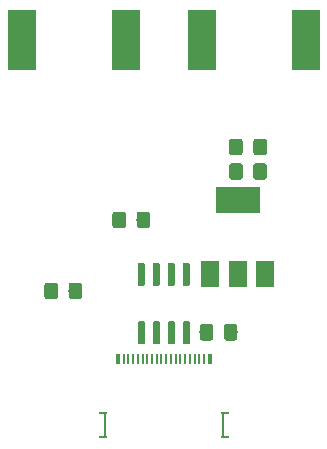
<source format=gbp>
G04 #@! TF.GenerationSoftware,KiCad,Pcbnew,(5.1.4-0-10_14)*
G04 #@! TF.CreationDate,2020-02-10T15:43:12-05:00*
G04 #@! TF.ProjectId,neo8_adapter,6e656f38-5f61-4646-9170-7465722e6b69,rev?*
G04 #@! TF.SameCoordinates,Original*
G04 #@! TF.FileFunction,Paste,Bot*
G04 #@! TF.FilePolarity,Positive*
%FSLAX46Y46*%
G04 Gerber Fmt 4.6, Leading zero omitted, Abs format (unit mm)*
G04 Created by KiCad (PCBNEW (5.1.4-0-10_14)) date 2020-02-10 15:43:12*
%MOMM*%
%LPD*%
G04 APERTURE LIST*
%ADD10R,3.800000X2.200000*%
%ADD11R,1.500000X2.200000*%
%ADD12C,0.100000*%
%ADD13C,0.600000*%
%ADD14C,1.150000*%
%ADD15R,2.413000X5.080000*%
%ADD16R,0.650000X0.260000*%
%ADD17R,0.250000X2.300000*%
%ADD18R,0.460000X0.850000*%
%ADD19R,0.230000X0.850000*%
G04 APERTURE END LIST*
D10*
X166268400Y-99872400D03*
D11*
X168568400Y-106172400D03*
X166268400Y-106172400D03*
X163968400Y-106172400D03*
D12*
G36*
X162089703Y-105200722D02*
G01*
X162104264Y-105202882D01*
X162118543Y-105206459D01*
X162132403Y-105211418D01*
X162145710Y-105217712D01*
X162158336Y-105225280D01*
X162170159Y-105234048D01*
X162181066Y-105243934D01*
X162190952Y-105254841D01*
X162199720Y-105266664D01*
X162207288Y-105279290D01*
X162213582Y-105292597D01*
X162218541Y-105306457D01*
X162222118Y-105320736D01*
X162224278Y-105335297D01*
X162225000Y-105350000D01*
X162225000Y-107000000D01*
X162224278Y-107014703D01*
X162222118Y-107029264D01*
X162218541Y-107043543D01*
X162213582Y-107057403D01*
X162207288Y-107070710D01*
X162199720Y-107083336D01*
X162190952Y-107095159D01*
X162181066Y-107106066D01*
X162170159Y-107115952D01*
X162158336Y-107124720D01*
X162145710Y-107132288D01*
X162132403Y-107138582D01*
X162118543Y-107143541D01*
X162104264Y-107147118D01*
X162089703Y-107149278D01*
X162075000Y-107150000D01*
X161775000Y-107150000D01*
X161760297Y-107149278D01*
X161745736Y-107147118D01*
X161731457Y-107143541D01*
X161717597Y-107138582D01*
X161704290Y-107132288D01*
X161691664Y-107124720D01*
X161679841Y-107115952D01*
X161668934Y-107106066D01*
X161659048Y-107095159D01*
X161650280Y-107083336D01*
X161642712Y-107070710D01*
X161636418Y-107057403D01*
X161631459Y-107043543D01*
X161627882Y-107029264D01*
X161625722Y-107014703D01*
X161625000Y-107000000D01*
X161625000Y-105350000D01*
X161625722Y-105335297D01*
X161627882Y-105320736D01*
X161631459Y-105306457D01*
X161636418Y-105292597D01*
X161642712Y-105279290D01*
X161650280Y-105266664D01*
X161659048Y-105254841D01*
X161668934Y-105243934D01*
X161679841Y-105234048D01*
X161691664Y-105225280D01*
X161704290Y-105217712D01*
X161717597Y-105211418D01*
X161731457Y-105206459D01*
X161745736Y-105202882D01*
X161760297Y-105200722D01*
X161775000Y-105200000D01*
X162075000Y-105200000D01*
X162089703Y-105200722D01*
X162089703Y-105200722D01*
G37*
D13*
X161925000Y-106175000D03*
D12*
G36*
X160819703Y-105200722D02*
G01*
X160834264Y-105202882D01*
X160848543Y-105206459D01*
X160862403Y-105211418D01*
X160875710Y-105217712D01*
X160888336Y-105225280D01*
X160900159Y-105234048D01*
X160911066Y-105243934D01*
X160920952Y-105254841D01*
X160929720Y-105266664D01*
X160937288Y-105279290D01*
X160943582Y-105292597D01*
X160948541Y-105306457D01*
X160952118Y-105320736D01*
X160954278Y-105335297D01*
X160955000Y-105350000D01*
X160955000Y-107000000D01*
X160954278Y-107014703D01*
X160952118Y-107029264D01*
X160948541Y-107043543D01*
X160943582Y-107057403D01*
X160937288Y-107070710D01*
X160929720Y-107083336D01*
X160920952Y-107095159D01*
X160911066Y-107106066D01*
X160900159Y-107115952D01*
X160888336Y-107124720D01*
X160875710Y-107132288D01*
X160862403Y-107138582D01*
X160848543Y-107143541D01*
X160834264Y-107147118D01*
X160819703Y-107149278D01*
X160805000Y-107150000D01*
X160505000Y-107150000D01*
X160490297Y-107149278D01*
X160475736Y-107147118D01*
X160461457Y-107143541D01*
X160447597Y-107138582D01*
X160434290Y-107132288D01*
X160421664Y-107124720D01*
X160409841Y-107115952D01*
X160398934Y-107106066D01*
X160389048Y-107095159D01*
X160380280Y-107083336D01*
X160372712Y-107070710D01*
X160366418Y-107057403D01*
X160361459Y-107043543D01*
X160357882Y-107029264D01*
X160355722Y-107014703D01*
X160355000Y-107000000D01*
X160355000Y-105350000D01*
X160355722Y-105335297D01*
X160357882Y-105320736D01*
X160361459Y-105306457D01*
X160366418Y-105292597D01*
X160372712Y-105279290D01*
X160380280Y-105266664D01*
X160389048Y-105254841D01*
X160398934Y-105243934D01*
X160409841Y-105234048D01*
X160421664Y-105225280D01*
X160434290Y-105217712D01*
X160447597Y-105211418D01*
X160461457Y-105206459D01*
X160475736Y-105202882D01*
X160490297Y-105200722D01*
X160505000Y-105200000D01*
X160805000Y-105200000D01*
X160819703Y-105200722D01*
X160819703Y-105200722D01*
G37*
D13*
X160655000Y-106175000D03*
D12*
G36*
X159549703Y-105200722D02*
G01*
X159564264Y-105202882D01*
X159578543Y-105206459D01*
X159592403Y-105211418D01*
X159605710Y-105217712D01*
X159618336Y-105225280D01*
X159630159Y-105234048D01*
X159641066Y-105243934D01*
X159650952Y-105254841D01*
X159659720Y-105266664D01*
X159667288Y-105279290D01*
X159673582Y-105292597D01*
X159678541Y-105306457D01*
X159682118Y-105320736D01*
X159684278Y-105335297D01*
X159685000Y-105350000D01*
X159685000Y-107000000D01*
X159684278Y-107014703D01*
X159682118Y-107029264D01*
X159678541Y-107043543D01*
X159673582Y-107057403D01*
X159667288Y-107070710D01*
X159659720Y-107083336D01*
X159650952Y-107095159D01*
X159641066Y-107106066D01*
X159630159Y-107115952D01*
X159618336Y-107124720D01*
X159605710Y-107132288D01*
X159592403Y-107138582D01*
X159578543Y-107143541D01*
X159564264Y-107147118D01*
X159549703Y-107149278D01*
X159535000Y-107150000D01*
X159235000Y-107150000D01*
X159220297Y-107149278D01*
X159205736Y-107147118D01*
X159191457Y-107143541D01*
X159177597Y-107138582D01*
X159164290Y-107132288D01*
X159151664Y-107124720D01*
X159139841Y-107115952D01*
X159128934Y-107106066D01*
X159119048Y-107095159D01*
X159110280Y-107083336D01*
X159102712Y-107070710D01*
X159096418Y-107057403D01*
X159091459Y-107043543D01*
X159087882Y-107029264D01*
X159085722Y-107014703D01*
X159085000Y-107000000D01*
X159085000Y-105350000D01*
X159085722Y-105335297D01*
X159087882Y-105320736D01*
X159091459Y-105306457D01*
X159096418Y-105292597D01*
X159102712Y-105279290D01*
X159110280Y-105266664D01*
X159119048Y-105254841D01*
X159128934Y-105243934D01*
X159139841Y-105234048D01*
X159151664Y-105225280D01*
X159164290Y-105217712D01*
X159177597Y-105211418D01*
X159191457Y-105206459D01*
X159205736Y-105202882D01*
X159220297Y-105200722D01*
X159235000Y-105200000D01*
X159535000Y-105200000D01*
X159549703Y-105200722D01*
X159549703Y-105200722D01*
G37*
D13*
X159385000Y-106175000D03*
D12*
G36*
X158279703Y-105200722D02*
G01*
X158294264Y-105202882D01*
X158308543Y-105206459D01*
X158322403Y-105211418D01*
X158335710Y-105217712D01*
X158348336Y-105225280D01*
X158360159Y-105234048D01*
X158371066Y-105243934D01*
X158380952Y-105254841D01*
X158389720Y-105266664D01*
X158397288Y-105279290D01*
X158403582Y-105292597D01*
X158408541Y-105306457D01*
X158412118Y-105320736D01*
X158414278Y-105335297D01*
X158415000Y-105350000D01*
X158415000Y-107000000D01*
X158414278Y-107014703D01*
X158412118Y-107029264D01*
X158408541Y-107043543D01*
X158403582Y-107057403D01*
X158397288Y-107070710D01*
X158389720Y-107083336D01*
X158380952Y-107095159D01*
X158371066Y-107106066D01*
X158360159Y-107115952D01*
X158348336Y-107124720D01*
X158335710Y-107132288D01*
X158322403Y-107138582D01*
X158308543Y-107143541D01*
X158294264Y-107147118D01*
X158279703Y-107149278D01*
X158265000Y-107150000D01*
X157965000Y-107150000D01*
X157950297Y-107149278D01*
X157935736Y-107147118D01*
X157921457Y-107143541D01*
X157907597Y-107138582D01*
X157894290Y-107132288D01*
X157881664Y-107124720D01*
X157869841Y-107115952D01*
X157858934Y-107106066D01*
X157849048Y-107095159D01*
X157840280Y-107083336D01*
X157832712Y-107070710D01*
X157826418Y-107057403D01*
X157821459Y-107043543D01*
X157817882Y-107029264D01*
X157815722Y-107014703D01*
X157815000Y-107000000D01*
X157815000Y-105350000D01*
X157815722Y-105335297D01*
X157817882Y-105320736D01*
X157821459Y-105306457D01*
X157826418Y-105292597D01*
X157832712Y-105279290D01*
X157840280Y-105266664D01*
X157849048Y-105254841D01*
X157858934Y-105243934D01*
X157869841Y-105234048D01*
X157881664Y-105225280D01*
X157894290Y-105217712D01*
X157907597Y-105211418D01*
X157921457Y-105206459D01*
X157935736Y-105202882D01*
X157950297Y-105200722D01*
X157965000Y-105200000D01*
X158265000Y-105200000D01*
X158279703Y-105200722D01*
X158279703Y-105200722D01*
G37*
D13*
X158115000Y-106175000D03*
D12*
G36*
X158279703Y-110150722D02*
G01*
X158294264Y-110152882D01*
X158308543Y-110156459D01*
X158322403Y-110161418D01*
X158335710Y-110167712D01*
X158348336Y-110175280D01*
X158360159Y-110184048D01*
X158371066Y-110193934D01*
X158380952Y-110204841D01*
X158389720Y-110216664D01*
X158397288Y-110229290D01*
X158403582Y-110242597D01*
X158408541Y-110256457D01*
X158412118Y-110270736D01*
X158414278Y-110285297D01*
X158415000Y-110300000D01*
X158415000Y-111950000D01*
X158414278Y-111964703D01*
X158412118Y-111979264D01*
X158408541Y-111993543D01*
X158403582Y-112007403D01*
X158397288Y-112020710D01*
X158389720Y-112033336D01*
X158380952Y-112045159D01*
X158371066Y-112056066D01*
X158360159Y-112065952D01*
X158348336Y-112074720D01*
X158335710Y-112082288D01*
X158322403Y-112088582D01*
X158308543Y-112093541D01*
X158294264Y-112097118D01*
X158279703Y-112099278D01*
X158265000Y-112100000D01*
X157965000Y-112100000D01*
X157950297Y-112099278D01*
X157935736Y-112097118D01*
X157921457Y-112093541D01*
X157907597Y-112088582D01*
X157894290Y-112082288D01*
X157881664Y-112074720D01*
X157869841Y-112065952D01*
X157858934Y-112056066D01*
X157849048Y-112045159D01*
X157840280Y-112033336D01*
X157832712Y-112020710D01*
X157826418Y-112007403D01*
X157821459Y-111993543D01*
X157817882Y-111979264D01*
X157815722Y-111964703D01*
X157815000Y-111950000D01*
X157815000Y-110300000D01*
X157815722Y-110285297D01*
X157817882Y-110270736D01*
X157821459Y-110256457D01*
X157826418Y-110242597D01*
X157832712Y-110229290D01*
X157840280Y-110216664D01*
X157849048Y-110204841D01*
X157858934Y-110193934D01*
X157869841Y-110184048D01*
X157881664Y-110175280D01*
X157894290Y-110167712D01*
X157907597Y-110161418D01*
X157921457Y-110156459D01*
X157935736Y-110152882D01*
X157950297Y-110150722D01*
X157965000Y-110150000D01*
X158265000Y-110150000D01*
X158279703Y-110150722D01*
X158279703Y-110150722D01*
G37*
D13*
X158115000Y-111125000D03*
D12*
G36*
X159549703Y-110150722D02*
G01*
X159564264Y-110152882D01*
X159578543Y-110156459D01*
X159592403Y-110161418D01*
X159605710Y-110167712D01*
X159618336Y-110175280D01*
X159630159Y-110184048D01*
X159641066Y-110193934D01*
X159650952Y-110204841D01*
X159659720Y-110216664D01*
X159667288Y-110229290D01*
X159673582Y-110242597D01*
X159678541Y-110256457D01*
X159682118Y-110270736D01*
X159684278Y-110285297D01*
X159685000Y-110300000D01*
X159685000Y-111950000D01*
X159684278Y-111964703D01*
X159682118Y-111979264D01*
X159678541Y-111993543D01*
X159673582Y-112007403D01*
X159667288Y-112020710D01*
X159659720Y-112033336D01*
X159650952Y-112045159D01*
X159641066Y-112056066D01*
X159630159Y-112065952D01*
X159618336Y-112074720D01*
X159605710Y-112082288D01*
X159592403Y-112088582D01*
X159578543Y-112093541D01*
X159564264Y-112097118D01*
X159549703Y-112099278D01*
X159535000Y-112100000D01*
X159235000Y-112100000D01*
X159220297Y-112099278D01*
X159205736Y-112097118D01*
X159191457Y-112093541D01*
X159177597Y-112088582D01*
X159164290Y-112082288D01*
X159151664Y-112074720D01*
X159139841Y-112065952D01*
X159128934Y-112056066D01*
X159119048Y-112045159D01*
X159110280Y-112033336D01*
X159102712Y-112020710D01*
X159096418Y-112007403D01*
X159091459Y-111993543D01*
X159087882Y-111979264D01*
X159085722Y-111964703D01*
X159085000Y-111950000D01*
X159085000Y-110300000D01*
X159085722Y-110285297D01*
X159087882Y-110270736D01*
X159091459Y-110256457D01*
X159096418Y-110242597D01*
X159102712Y-110229290D01*
X159110280Y-110216664D01*
X159119048Y-110204841D01*
X159128934Y-110193934D01*
X159139841Y-110184048D01*
X159151664Y-110175280D01*
X159164290Y-110167712D01*
X159177597Y-110161418D01*
X159191457Y-110156459D01*
X159205736Y-110152882D01*
X159220297Y-110150722D01*
X159235000Y-110150000D01*
X159535000Y-110150000D01*
X159549703Y-110150722D01*
X159549703Y-110150722D01*
G37*
D13*
X159385000Y-111125000D03*
D12*
G36*
X160819703Y-110150722D02*
G01*
X160834264Y-110152882D01*
X160848543Y-110156459D01*
X160862403Y-110161418D01*
X160875710Y-110167712D01*
X160888336Y-110175280D01*
X160900159Y-110184048D01*
X160911066Y-110193934D01*
X160920952Y-110204841D01*
X160929720Y-110216664D01*
X160937288Y-110229290D01*
X160943582Y-110242597D01*
X160948541Y-110256457D01*
X160952118Y-110270736D01*
X160954278Y-110285297D01*
X160955000Y-110300000D01*
X160955000Y-111950000D01*
X160954278Y-111964703D01*
X160952118Y-111979264D01*
X160948541Y-111993543D01*
X160943582Y-112007403D01*
X160937288Y-112020710D01*
X160929720Y-112033336D01*
X160920952Y-112045159D01*
X160911066Y-112056066D01*
X160900159Y-112065952D01*
X160888336Y-112074720D01*
X160875710Y-112082288D01*
X160862403Y-112088582D01*
X160848543Y-112093541D01*
X160834264Y-112097118D01*
X160819703Y-112099278D01*
X160805000Y-112100000D01*
X160505000Y-112100000D01*
X160490297Y-112099278D01*
X160475736Y-112097118D01*
X160461457Y-112093541D01*
X160447597Y-112088582D01*
X160434290Y-112082288D01*
X160421664Y-112074720D01*
X160409841Y-112065952D01*
X160398934Y-112056066D01*
X160389048Y-112045159D01*
X160380280Y-112033336D01*
X160372712Y-112020710D01*
X160366418Y-112007403D01*
X160361459Y-111993543D01*
X160357882Y-111979264D01*
X160355722Y-111964703D01*
X160355000Y-111950000D01*
X160355000Y-110300000D01*
X160355722Y-110285297D01*
X160357882Y-110270736D01*
X160361459Y-110256457D01*
X160366418Y-110242597D01*
X160372712Y-110229290D01*
X160380280Y-110216664D01*
X160389048Y-110204841D01*
X160398934Y-110193934D01*
X160409841Y-110184048D01*
X160421664Y-110175280D01*
X160434290Y-110167712D01*
X160447597Y-110161418D01*
X160461457Y-110156459D01*
X160475736Y-110152882D01*
X160490297Y-110150722D01*
X160505000Y-110150000D01*
X160805000Y-110150000D01*
X160819703Y-110150722D01*
X160819703Y-110150722D01*
G37*
D13*
X160655000Y-111125000D03*
D12*
G36*
X162089703Y-110150722D02*
G01*
X162104264Y-110152882D01*
X162118543Y-110156459D01*
X162132403Y-110161418D01*
X162145710Y-110167712D01*
X162158336Y-110175280D01*
X162170159Y-110184048D01*
X162181066Y-110193934D01*
X162190952Y-110204841D01*
X162199720Y-110216664D01*
X162207288Y-110229290D01*
X162213582Y-110242597D01*
X162218541Y-110256457D01*
X162222118Y-110270736D01*
X162224278Y-110285297D01*
X162225000Y-110300000D01*
X162225000Y-111950000D01*
X162224278Y-111964703D01*
X162222118Y-111979264D01*
X162218541Y-111993543D01*
X162213582Y-112007403D01*
X162207288Y-112020710D01*
X162199720Y-112033336D01*
X162190952Y-112045159D01*
X162181066Y-112056066D01*
X162170159Y-112065952D01*
X162158336Y-112074720D01*
X162145710Y-112082288D01*
X162132403Y-112088582D01*
X162118543Y-112093541D01*
X162104264Y-112097118D01*
X162089703Y-112099278D01*
X162075000Y-112100000D01*
X161775000Y-112100000D01*
X161760297Y-112099278D01*
X161745736Y-112097118D01*
X161731457Y-112093541D01*
X161717597Y-112088582D01*
X161704290Y-112082288D01*
X161691664Y-112074720D01*
X161679841Y-112065952D01*
X161668934Y-112056066D01*
X161659048Y-112045159D01*
X161650280Y-112033336D01*
X161642712Y-112020710D01*
X161636418Y-112007403D01*
X161631459Y-111993543D01*
X161627882Y-111979264D01*
X161625722Y-111964703D01*
X161625000Y-111950000D01*
X161625000Y-110300000D01*
X161625722Y-110285297D01*
X161627882Y-110270736D01*
X161631459Y-110256457D01*
X161636418Y-110242597D01*
X161642712Y-110229290D01*
X161650280Y-110216664D01*
X161659048Y-110204841D01*
X161668934Y-110193934D01*
X161679841Y-110184048D01*
X161691664Y-110175280D01*
X161704290Y-110167712D01*
X161717597Y-110161418D01*
X161731457Y-110156459D01*
X161745736Y-110152882D01*
X161760297Y-110150722D01*
X161775000Y-110150000D01*
X162075000Y-110150000D01*
X162089703Y-110150722D01*
X162089703Y-110150722D01*
G37*
D13*
X161925000Y-111125000D03*
D12*
G36*
X166472905Y-94678204D02*
G01*
X166497173Y-94681804D01*
X166520972Y-94687765D01*
X166544071Y-94696030D01*
X166566250Y-94706520D01*
X166587293Y-94719132D01*
X166606999Y-94733747D01*
X166625177Y-94750223D01*
X166641653Y-94768401D01*
X166656268Y-94788107D01*
X166668880Y-94809150D01*
X166679370Y-94831329D01*
X166687635Y-94854428D01*
X166693596Y-94878227D01*
X166697196Y-94902495D01*
X166698400Y-94926999D01*
X166698400Y-95827001D01*
X166697196Y-95851505D01*
X166693596Y-95875773D01*
X166687635Y-95899572D01*
X166679370Y-95922671D01*
X166668880Y-95944850D01*
X166656268Y-95965893D01*
X166641653Y-95985599D01*
X166625177Y-96003777D01*
X166606999Y-96020253D01*
X166587293Y-96034868D01*
X166566250Y-96047480D01*
X166544071Y-96057970D01*
X166520972Y-96066235D01*
X166497173Y-96072196D01*
X166472905Y-96075796D01*
X166448401Y-96077000D01*
X165798399Y-96077000D01*
X165773895Y-96075796D01*
X165749627Y-96072196D01*
X165725828Y-96066235D01*
X165702729Y-96057970D01*
X165680550Y-96047480D01*
X165659507Y-96034868D01*
X165639801Y-96020253D01*
X165621623Y-96003777D01*
X165605147Y-95985599D01*
X165590532Y-95965893D01*
X165577920Y-95944850D01*
X165567430Y-95922671D01*
X165559165Y-95899572D01*
X165553204Y-95875773D01*
X165549604Y-95851505D01*
X165548400Y-95827001D01*
X165548400Y-94926999D01*
X165549604Y-94902495D01*
X165553204Y-94878227D01*
X165559165Y-94854428D01*
X165567430Y-94831329D01*
X165577920Y-94809150D01*
X165590532Y-94788107D01*
X165605147Y-94768401D01*
X165621623Y-94750223D01*
X165639801Y-94733747D01*
X165659507Y-94719132D01*
X165680550Y-94706520D01*
X165702729Y-94696030D01*
X165725828Y-94687765D01*
X165749627Y-94681804D01*
X165773895Y-94678204D01*
X165798399Y-94677000D01*
X166448401Y-94677000D01*
X166472905Y-94678204D01*
X166472905Y-94678204D01*
G37*
D14*
X166123400Y-95377000D03*
D12*
G36*
X168522905Y-94678204D02*
G01*
X168547173Y-94681804D01*
X168570972Y-94687765D01*
X168594071Y-94696030D01*
X168616250Y-94706520D01*
X168637293Y-94719132D01*
X168656999Y-94733747D01*
X168675177Y-94750223D01*
X168691653Y-94768401D01*
X168706268Y-94788107D01*
X168718880Y-94809150D01*
X168729370Y-94831329D01*
X168737635Y-94854428D01*
X168743596Y-94878227D01*
X168747196Y-94902495D01*
X168748400Y-94926999D01*
X168748400Y-95827001D01*
X168747196Y-95851505D01*
X168743596Y-95875773D01*
X168737635Y-95899572D01*
X168729370Y-95922671D01*
X168718880Y-95944850D01*
X168706268Y-95965893D01*
X168691653Y-95985599D01*
X168675177Y-96003777D01*
X168656999Y-96020253D01*
X168637293Y-96034868D01*
X168616250Y-96047480D01*
X168594071Y-96057970D01*
X168570972Y-96066235D01*
X168547173Y-96072196D01*
X168522905Y-96075796D01*
X168498401Y-96077000D01*
X167848399Y-96077000D01*
X167823895Y-96075796D01*
X167799627Y-96072196D01*
X167775828Y-96066235D01*
X167752729Y-96057970D01*
X167730550Y-96047480D01*
X167709507Y-96034868D01*
X167689801Y-96020253D01*
X167671623Y-96003777D01*
X167655147Y-95985599D01*
X167640532Y-95965893D01*
X167627920Y-95944850D01*
X167617430Y-95922671D01*
X167609165Y-95899572D01*
X167603204Y-95875773D01*
X167599604Y-95851505D01*
X167598400Y-95827001D01*
X167598400Y-94926999D01*
X167599604Y-94902495D01*
X167603204Y-94878227D01*
X167609165Y-94854428D01*
X167617430Y-94831329D01*
X167627920Y-94809150D01*
X167640532Y-94788107D01*
X167655147Y-94768401D01*
X167671623Y-94750223D01*
X167689801Y-94733747D01*
X167709507Y-94719132D01*
X167730550Y-94706520D01*
X167752729Y-94696030D01*
X167775828Y-94687765D01*
X167799627Y-94681804D01*
X167823895Y-94678204D01*
X167848399Y-94677000D01*
X168498401Y-94677000D01*
X168522905Y-94678204D01*
X168522905Y-94678204D01*
G37*
D14*
X168173400Y-95377000D03*
D12*
G36*
X158642305Y-100850404D02*
G01*
X158666573Y-100854004D01*
X158690372Y-100859965D01*
X158713471Y-100868230D01*
X158735650Y-100878720D01*
X158756693Y-100891332D01*
X158776399Y-100905947D01*
X158794577Y-100922423D01*
X158811053Y-100940601D01*
X158825668Y-100960307D01*
X158838280Y-100981350D01*
X158848770Y-101003529D01*
X158857035Y-101026628D01*
X158862996Y-101050427D01*
X158866596Y-101074695D01*
X158867800Y-101099199D01*
X158867800Y-101999201D01*
X158866596Y-102023705D01*
X158862996Y-102047973D01*
X158857035Y-102071772D01*
X158848770Y-102094871D01*
X158838280Y-102117050D01*
X158825668Y-102138093D01*
X158811053Y-102157799D01*
X158794577Y-102175977D01*
X158776399Y-102192453D01*
X158756693Y-102207068D01*
X158735650Y-102219680D01*
X158713471Y-102230170D01*
X158690372Y-102238435D01*
X158666573Y-102244396D01*
X158642305Y-102247996D01*
X158617801Y-102249200D01*
X157967799Y-102249200D01*
X157943295Y-102247996D01*
X157919027Y-102244396D01*
X157895228Y-102238435D01*
X157872129Y-102230170D01*
X157849950Y-102219680D01*
X157828907Y-102207068D01*
X157809201Y-102192453D01*
X157791023Y-102175977D01*
X157774547Y-102157799D01*
X157759932Y-102138093D01*
X157747320Y-102117050D01*
X157736830Y-102094871D01*
X157728565Y-102071772D01*
X157722604Y-102047973D01*
X157719004Y-102023705D01*
X157717800Y-101999201D01*
X157717800Y-101099199D01*
X157719004Y-101074695D01*
X157722604Y-101050427D01*
X157728565Y-101026628D01*
X157736830Y-101003529D01*
X157747320Y-100981350D01*
X157759932Y-100960307D01*
X157774547Y-100940601D01*
X157791023Y-100922423D01*
X157809201Y-100905947D01*
X157828907Y-100891332D01*
X157849950Y-100878720D01*
X157872129Y-100868230D01*
X157895228Y-100859965D01*
X157919027Y-100854004D01*
X157943295Y-100850404D01*
X157967799Y-100849200D01*
X158617801Y-100849200D01*
X158642305Y-100850404D01*
X158642305Y-100850404D01*
G37*
D14*
X158292800Y-101549200D03*
D12*
G36*
X156592305Y-100850404D02*
G01*
X156616573Y-100854004D01*
X156640372Y-100859965D01*
X156663471Y-100868230D01*
X156685650Y-100878720D01*
X156706693Y-100891332D01*
X156726399Y-100905947D01*
X156744577Y-100922423D01*
X156761053Y-100940601D01*
X156775668Y-100960307D01*
X156788280Y-100981350D01*
X156798770Y-101003529D01*
X156807035Y-101026628D01*
X156812996Y-101050427D01*
X156816596Y-101074695D01*
X156817800Y-101099199D01*
X156817800Y-101999201D01*
X156816596Y-102023705D01*
X156812996Y-102047973D01*
X156807035Y-102071772D01*
X156798770Y-102094871D01*
X156788280Y-102117050D01*
X156775668Y-102138093D01*
X156761053Y-102157799D01*
X156744577Y-102175977D01*
X156726399Y-102192453D01*
X156706693Y-102207068D01*
X156685650Y-102219680D01*
X156663471Y-102230170D01*
X156640372Y-102238435D01*
X156616573Y-102244396D01*
X156592305Y-102247996D01*
X156567801Y-102249200D01*
X155917799Y-102249200D01*
X155893295Y-102247996D01*
X155869027Y-102244396D01*
X155845228Y-102238435D01*
X155822129Y-102230170D01*
X155799950Y-102219680D01*
X155778907Y-102207068D01*
X155759201Y-102192453D01*
X155741023Y-102175977D01*
X155724547Y-102157799D01*
X155709932Y-102138093D01*
X155697320Y-102117050D01*
X155686830Y-102094871D01*
X155678565Y-102071772D01*
X155672604Y-102047973D01*
X155669004Y-102023705D01*
X155667800Y-101999201D01*
X155667800Y-101099199D01*
X155669004Y-101074695D01*
X155672604Y-101050427D01*
X155678565Y-101026628D01*
X155686830Y-101003529D01*
X155697320Y-100981350D01*
X155709932Y-100960307D01*
X155724547Y-100940601D01*
X155741023Y-100922423D01*
X155759201Y-100905947D01*
X155778907Y-100891332D01*
X155799950Y-100878720D01*
X155822129Y-100868230D01*
X155845228Y-100859965D01*
X155869027Y-100854004D01*
X155893295Y-100850404D01*
X155917799Y-100849200D01*
X156567801Y-100849200D01*
X156592305Y-100850404D01*
X156592305Y-100850404D01*
G37*
D14*
X156242800Y-101549200D03*
D12*
G36*
X150826505Y-106870204D02*
G01*
X150850773Y-106873804D01*
X150874572Y-106879765D01*
X150897671Y-106888030D01*
X150919850Y-106898520D01*
X150940893Y-106911132D01*
X150960599Y-106925747D01*
X150978777Y-106942223D01*
X150995253Y-106960401D01*
X151009868Y-106980107D01*
X151022480Y-107001150D01*
X151032970Y-107023329D01*
X151041235Y-107046428D01*
X151047196Y-107070227D01*
X151050796Y-107094495D01*
X151052000Y-107118999D01*
X151052000Y-108019001D01*
X151050796Y-108043505D01*
X151047196Y-108067773D01*
X151041235Y-108091572D01*
X151032970Y-108114671D01*
X151022480Y-108136850D01*
X151009868Y-108157893D01*
X150995253Y-108177599D01*
X150978777Y-108195777D01*
X150960599Y-108212253D01*
X150940893Y-108226868D01*
X150919850Y-108239480D01*
X150897671Y-108249970D01*
X150874572Y-108258235D01*
X150850773Y-108264196D01*
X150826505Y-108267796D01*
X150802001Y-108269000D01*
X150151999Y-108269000D01*
X150127495Y-108267796D01*
X150103227Y-108264196D01*
X150079428Y-108258235D01*
X150056329Y-108249970D01*
X150034150Y-108239480D01*
X150013107Y-108226868D01*
X149993401Y-108212253D01*
X149975223Y-108195777D01*
X149958747Y-108177599D01*
X149944132Y-108157893D01*
X149931520Y-108136850D01*
X149921030Y-108114671D01*
X149912765Y-108091572D01*
X149906804Y-108067773D01*
X149903204Y-108043505D01*
X149902000Y-108019001D01*
X149902000Y-107118999D01*
X149903204Y-107094495D01*
X149906804Y-107070227D01*
X149912765Y-107046428D01*
X149921030Y-107023329D01*
X149931520Y-107001150D01*
X149944132Y-106980107D01*
X149958747Y-106960401D01*
X149975223Y-106942223D01*
X149993401Y-106925747D01*
X150013107Y-106911132D01*
X150034150Y-106898520D01*
X150056329Y-106888030D01*
X150079428Y-106879765D01*
X150103227Y-106873804D01*
X150127495Y-106870204D01*
X150151999Y-106869000D01*
X150802001Y-106869000D01*
X150826505Y-106870204D01*
X150826505Y-106870204D01*
G37*
D14*
X150477000Y-107569000D03*
D12*
G36*
X152876505Y-106870204D02*
G01*
X152900773Y-106873804D01*
X152924572Y-106879765D01*
X152947671Y-106888030D01*
X152969850Y-106898520D01*
X152990893Y-106911132D01*
X153010599Y-106925747D01*
X153028777Y-106942223D01*
X153045253Y-106960401D01*
X153059868Y-106980107D01*
X153072480Y-107001150D01*
X153082970Y-107023329D01*
X153091235Y-107046428D01*
X153097196Y-107070227D01*
X153100796Y-107094495D01*
X153102000Y-107118999D01*
X153102000Y-108019001D01*
X153100796Y-108043505D01*
X153097196Y-108067773D01*
X153091235Y-108091572D01*
X153082970Y-108114671D01*
X153072480Y-108136850D01*
X153059868Y-108157893D01*
X153045253Y-108177599D01*
X153028777Y-108195777D01*
X153010599Y-108212253D01*
X152990893Y-108226868D01*
X152969850Y-108239480D01*
X152947671Y-108249970D01*
X152924572Y-108258235D01*
X152900773Y-108264196D01*
X152876505Y-108267796D01*
X152852001Y-108269000D01*
X152201999Y-108269000D01*
X152177495Y-108267796D01*
X152153227Y-108264196D01*
X152129428Y-108258235D01*
X152106329Y-108249970D01*
X152084150Y-108239480D01*
X152063107Y-108226868D01*
X152043401Y-108212253D01*
X152025223Y-108195777D01*
X152008747Y-108177599D01*
X151994132Y-108157893D01*
X151981520Y-108136850D01*
X151971030Y-108114671D01*
X151962765Y-108091572D01*
X151956804Y-108067773D01*
X151953204Y-108043505D01*
X151952000Y-108019001D01*
X151952000Y-107118999D01*
X151953204Y-107094495D01*
X151956804Y-107070227D01*
X151962765Y-107046428D01*
X151971030Y-107023329D01*
X151981520Y-107001150D01*
X151994132Y-106980107D01*
X152008747Y-106960401D01*
X152025223Y-106942223D01*
X152043401Y-106925747D01*
X152063107Y-106911132D01*
X152084150Y-106898520D01*
X152106329Y-106888030D01*
X152129428Y-106879765D01*
X152153227Y-106873804D01*
X152177495Y-106870204D01*
X152201999Y-106869000D01*
X152852001Y-106869000D01*
X152876505Y-106870204D01*
X152876505Y-106870204D01*
G37*
D14*
X152527000Y-107569000D03*
D15*
X163258500Y-86360000D03*
X172021500Y-86360000D03*
X148018500Y-86360000D03*
X156781500Y-86360000D03*
D16*
X165240000Y-117880000D03*
D17*
X164990000Y-118900000D03*
D18*
X156105000Y-113375000D03*
D19*
X156620000Y-113375000D03*
X157020000Y-113375000D03*
X157420000Y-113375000D03*
X157820000Y-113375000D03*
X158220000Y-113375000D03*
X158620000Y-113375000D03*
X159020000Y-113375000D03*
X159420000Y-113375000D03*
X159820000Y-113375000D03*
X160220000Y-113375000D03*
X160620000Y-113375000D03*
X161020000Y-113375000D03*
X161420000Y-113375000D03*
X161820000Y-113375000D03*
X162220000Y-113375000D03*
X162620000Y-113375000D03*
X163020000Y-113375000D03*
D18*
X163935000Y-113375000D03*
D19*
X163420000Y-113375000D03*
D16*
X165240000Y-119920000D03*
D17*
X155050000Y-118900000D03*
D16*
X154850000Y-117880000D03*
X154850000Y-119920000D03*
D12*
G36*
X168522905Y-96761004D02*
G01*
X168547173Y-96764604D01*
X168570972Y-96770565D01*
X168594071Y-96778830D01*
X168616250Y-96789320D01*
X168637293Y-96801932D01*
X168656999Y-96816547D01*
X168675177Y-96833023D01*
X168691653Y-96851201D01*
X168706268Y-96870907D01*
X168718880Y-96891950D01*
X168729370Y-96914129D01*
X168737635Y-96937228D01*
X168743596Y-96961027D01*
X168747196Y-96985295D01*
X168748400Y-97009799D01*
X168748400Y-97909801D01*
X168747196Y-97934305D01*
X168743596Y-97958573D01*
X168737635Y-97982372D01*
X168729370Y-98005471D01*
X168718880Y-98027650D01*
X168706268Y-98048693D01*
X168691653Y-98068399D01*
X168675177Y-98086577D01*
X168656999Y-98103053D01*
X168637293Y-98117668D01*
X168616250Y-98130280D01*
X168594071Y-98140770D01*
X168570972Y-98149035D01*
X168547173Y-98154996D01*
X168522905Y-98158596D01*
X168498401Y-98159800D01*
X167848399Y-98159800D01*
X167823895Y-98158596D01*
X167799627Y-98154996D01*
X167775828Y-98149035D01*
X167752729Y-98140770D01*
X167730550Y-98130280D01*
X167709507Y-98117668D01*
X167689801Y-98103053D01*
X167671623Y-98086577D01*
X167655147Y-98068399D01*
X167640532Y-98048693D01*
X167627920Y-98027650D01*
X167617430Y-98005471D01*
X167609165Y-97982372D01*
X167603204Y-97958573D01*
X167599604Y-97934305D01*
X167598400Y-97909801D01*
X167598400Y-97009799D01*
X167599604Y-96985295D01*
X167603204Y-96961027D01*
X167609165Y-96937228D01*
X167617430Y-96914129D01*
X167627920Y-96891950D01*
X167640532Y-96870907D01*
X167655147Y-96851201D01*
X167671623Y-96833023D01*
X167689801Y-96816547D01*
X167709507Y-96801932D01*
X167730550Y-96789320D01*
X167752729Y-96778830D01*
X167775828Y-96770565D01*
X167799627Y-96764604D01*
X167823895Y-96761004D01*
X167848399Y-96759800D01*
X168498401Y-96759800D01*
X168522905Y-96761004D01*
X168522905Y-96761004D01*
G37*
D14*
X168173400Y-97459800D03*
D12*
G36*
X166472905Y-96761004D02*
G01*
X166497173Y-96764604D01*
X166520972Y-96770565D01*
X166544071Y-96778830D01*
X166566250Y-96789320D01*
X166587293Y-96801932D01*
X166606999Y-96816547D01*
X166625177Y-96833023D01*
X166641653Y-96851201D01*
X166656268Y-96870907D01*
X166668880Y-96891950D01*
X166679370Y-96914129D01*
X166687635Y-96937228D01*
X166693596Y-96961027D01*
X166697196Y-96985295D01*
X166698400Y-97009799D01*
X166698400Y-97909801D01*
X166697196Y-97934305D01*
X166693596Y-97958573D01*
X166687635Y-97982372D01*
X166679370Y-98005471D01*
X166668880Y-98027650D01*
X166656268Y-98048693D01*
X166641653Y-98068399D01*
X166625177Y-98086577D01*
X166606999Y-98103053D01*
X166587293Y-98117668D01*
X166566250Y-98130280D01*
X166544071Y-98140770D01*
X166520972Y-98149035D01*
X166497173Y-98154996D01*
X166472905Y-98158596D01*
X166448401Y-98159800D01*
X165798399Y-98159800D01*
X165773895Y-98158596D01*
X165749627Y-98154996D01*
X165725828Y-98149035D01*
X165702729Y-98140770D01*
X165680550Y-98130280D01*
X165659507Y-98117668D01*
X165639801Y-98103053D01*
X165621623Y-98086577D01*
X165605147Y-98068399D01*
X165590532Y-98048693D01*
X165577920Y-98027650D01*
X165567430Y-98005471D01*
X165559165Y-97982372D01*
X165553204Y-97958573D01*
X165549604Y-97934305D01*
X165548400Y-97909801D01*
X165548400Y-97009799D01*
X165549604Y-96985295D01*
X165553204Y-96961027D01*
X165559165Y-96937228D01*
X165567430Y-96914129D01*
X165577920Y-96891950D01*
X165590532Y-96870907D01*
X165605147Y-96851201D01*
X165621623Y-96833023D01*
X165639801Y-96816547D01*
X165659507Y-96801932D01*
X165680550Y-96789320D01*
X165702729Y-96778830D01*
X165725828Y-96770565D01*
X165749627Y-96764604D01*
X165773895Y-96761004D01*
X165798399Y-96759800D01*
X166448401Y-96759800D01*
X166472905Y-96761004D01*
X166472905Y-96761004D01*
G37*
D14*
X166123400Y-97459800D03*
D12*
G36*
X166033705Y-110375404D02*
G01*
X166057973Y-110379004D01*
X166081772Y-110384965D01*
X166104871Y-110393230D01*
X166127050Y-110403720D01*
X166148093Y-110416332D01*
X166167799Y-110430947D01*
X166185977Y-110447423D01*
X166202453Y-110465601D01*
X166217068Y-110485307D01*
X166229680Y-110506350D01*
X166240170Y-110528529D01*
X166248435Y-110551628D01*
X166254396Y-110575427D01*
X166257996Y-110599695D01*
X166259200Y-110624199D01*
X166259200Y-111524201D01*
X166257996Y-111548705D01*
X166254396Y-111572973D01*
X166248435Y-111596772D01*
X166240170Y-111619871D01*
X166229680Y-111642050D01*
X166217068Y-111663093D01*
X166202453Y-111682799D01*
X166185977Y-111700977D01*
X166167799Y-111717453D01*
X166148093Y-111732068D01*
X166127050Y-111744680D01*
X166104871Y-111755170D01*
X166081772Y-111763435D01*
X166057973Y-111769396D01*
X166033705Y-111772996D01*
X166009201Y-111774200D01*
X165359199Y-111774200D01*
X165334695Y-111772996D01*
X165310427Y-111769396D01*
X165286628Y-111763435D01*
X165263529Y-111755170D01*
X165241350Y-111744680D01*
X165220307Y-111732068D01*
X165200601Y-111717453D01*
X165182423Y-111700977D01*
X165165947Y-111682799D01*
X165151332Y-111663093D01*
X165138720Y-111642050D01*
X165128230Y-111619871D01*
X165119965Y-111596772D01*
X165114004Y-111572973D01*
X165110404Y-111548705D01*
X165109200Y-111524201D01*
X165109200Y-110624199D01*
X165110404Y-110599695D01*
X165114004Y-110575427D01*
X165119965Y-110551628D01*
X165128230Y-110528529D01*
X165138720Y-110506350D01*
X165151332Y-110485307D01*
X165165947Y-110465601D01*
X165182423Y-110447423D01*
X165200601Y-110430947D01*
X165220307Y-110416332D01*
X165241350Y-110403720D01*
X165263529Y-110393230D01*
X165286628Y-110384965D01*
X165310427Y-110379004D01*
X165334695Y-110375404D01*
X165359199Y-110374200D01*
X166009201Y-110374200D01*
X166033705Y-110375404D01*
X166033705Y-110375404D01*
G37*
D14*
X165684200Y-111074200D03*
D12*
G36*
X163983705Y-110375404D02*
G01*
X164007973Y-110379004D01*
X164031772Y-110384965D01*
X164054871Y-110393230D01*
X164077050Y-110403720D01*
X164098093Y-110416332D01*
X164117799Y-110430947D01*
X164135977Y-110447423D01*
X164152453Y-110465601D01*
X164167068Y-110485307D01*
X164179680Y-110506350D01*
X164190170Y-110528529D01*
X164198435Y-110551628D01*
X164204396Y-110575427D01*
X164207996Y-110599695D01*
X164209200Y-110624199D01*
X164209200Y-111524201D01*
X164207996Y-111548705D01*
X164204396Y-111572973D01*
X164198435Y-111596772D01*
X164190170Y-111619871D01*
X164179680Y-111642050D01*
X164167068Y-111663093D01*
X164152453Y-111682799D01*
X164135977Y-111700977D01*
X164117799Y-111717453D01*
X164098093Y-111732068D01*
X164077050Y-111744680D01*
X164054871Y-111755170D01*
X164031772Y-111763435D01*
X164007973Y-111769396D01*
X163983705Y-111772996D01*
X163959201Y-111774200D01*
X163309199Y-111774200D01*
X163284695Y-111772996D01*
X163260427Y-111769396D01*
X163236628Y-111763435D01*
X163213529Y-111755170D01*
X163191350Y-111744680D01*
X163170307Y-111732068D01*
X163150601Y-111717453D01*
X163132423Y-111700977D01*
X163115947Y-111682799D01*
X163101332Y-111663093D01*
X163088720Y-111642050D01*
X163078230Y-111619871D01*
X163069965Y-111596772D01*
X163064004Y-111572973D01*
X163060404Y-111548705D01*
X163059200Y-111524201D01*
X163059200Y-110624199D01*
X163060404Y-110599695D01*
X163064004Y-110575427D01*
X163069965Y-110551628D01*
X163078230Y-110528529D01*
X163088720Y-110506350D01*
X163101332Y-110485307D01*
X163115947Y-110465601D01*
X163132423Y-110447423D01*
X163150601Y-110430947D01*
X163170307Y-110416332D01*
X163191350Y-110403720D01*
X163213529Y-110393230D01*
X163236628Y-110384965D01*
X163260427Y-110379004D01*
X163284695Y-110375404D01*
X163309199Y-110374200D01*
X163959201Y-110374200D01*
X163983705Y-110375404D01*
X163983705Y-110375404D01*
G37*
D14*
X163634200Y-111074200D03*
M02*

</source>
